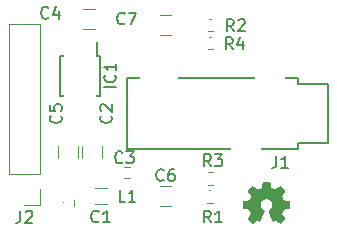
<source format=gto>
G04 #@! TF.GenerationSoftware,KiCad,Pcbnew,(5.0.0-3-g5ebb6b6)*
G04 #@! TF.CreationDate,2018-08-26T23:18:38+02:00*
G04 #@! TF.ProjectId,Pmod-I2S,506D6F642D4932532E6B696361645F70,rev?*
G04 #@! TF.SameCoordinates,Original*
G04 #@! TF.FileFunction,Legend,Top*
G04 #@! TF.FilePolarity,Positive*
%FSLAX46Y46*%
G04 Gerber Fmt 4.6, Leading zero omitted, Abs format (unit mm)*
G04 Created by KiCad (PCBNEW (5.0.0-3-g5ebb6b6)) date Sunday, 26 August 2018 at 23:18:38*
%MOMM*%
%LPD*%
G01*
G04 APERTURE LIST*
%ADD10C,0.120000*%
%ADD11C,0.150000*%
%ADD12C,0.010000*%
%ADD13R,1.900000X1.650000*%
%ADD14R,1.650000X1.900000*%
%ADD15O,2.100000X2.100000*%
%ADD16R,2.100000X2.100000*%
%ADD17R,0.900000X1.300000*%
%ADD18R,2.600000X3.200000*%
%ADD19R,3.200000X3.200000*%
%ADD20C,2.100000*%
%ADD21R,0.900000X1.000000*%
%ADD22R,1.000000X0.900000*%
%ADD23R,0.700000X1.800000*%
%ADD24R,0.800000X1.000000*%
G04 APERTURE END LIST*
D10*
G04 #@! TO.C,C7*
X104250000Y-61650000D02*
X103250000Y-61650000D01*
X103250000Y-63350000D02*
X104250000Y-63350000D01*
G04 #@! TO.C,C6*
X103250000Y-77850000D02*
X104250000Y-77850000D01*
X104250000Y-76150000D02*
X103250000Y-76150000D01*
G04 #@! TO.C,C5*
X94650000Y-72750000D02*
X94650000Y-73750000D01*
X96350000Y-73750000D02*
X96350000Y-72750000D01*
G04 #@! TO.C,C4*
X97750000Y-61150000D02*
X96750000Y-61150000D01*
X96750000Y-62850000D02*
X97750000Y-62850000D01*
G04 #@! TO.C,C2*
X96650000Y-72750000D02*
X96650000Y-73750000D01*
X98350000Y-73750000D02*
X98350000Y-72750000D01*
G04 #@! TO.C,J2*
X93130000Y-77730000D02*
X91800000Y-77730000D01*
X93130000Y-76400000D02*
X93130000Y-77730000D01*
X93130000Y-75130000D02*
X90470000Y-75130000D01*
X90470000Y-75130000D02*
X90470000Y-62370000D01*
X93130000Y-75130000D02*
X93130000Y-62370000D01*
X93130000Y-62370000D02*
X90470000Y-62370000D01*
G04 #@! TO.C,L1*
X97750000Y-76320000D02*
X98750000Y-76320000D01*
X98750000Y-77680000D02*
X97750000Y-77680000D01*
D11*
G04 #@! TO.C,J1*
X115000000Y-73000000D02*
X100500000Y-73000000D01*
X115000000Y-67000000D02*
X100500000Y-67000000D01*
X100500000Y-73000000D02*
X100500000Y-67000000D01*
X115000000Y-72500000D02*
X117500000Y-72500000D01*
X115000000Y-67500000D02*
X117500000Y-67500000D01*
X115000000Y-73000000D02*
X115000000Y-72500000D01*
X115000000Y-67500000D02*
X115000000Y-67000000D01*
X117500000Y-72500000D02*
X117500000Y-67500000D01*
D10*
G04 #@! TO.C,C1*
X95970000Y-77800000D02*
X95970000Y-77300000D01*
X95030000Y-77300000D02*
X95030000Y-77800000D01*
G04 #@! TO.C,C3*
X100750000Y-74530000D02*
X100250000Y-74530000D01*
X100250000Y-75470000D02*
X100750000Y-75470000D01*
D11*
G04 #@! TO.C,IC1*
X97950000Y-65125000D02*
X97950000Y-63900000D01*
X94825000Y-65125000D02*
X94825000Y-68475000D01*
X98175000Y-65125000D02*
X98175000Y-68475000D01*
X94825000Y-65125000D02*
X95125000Y-65125000D01*
X94825000Y-68475000D02*
X95125000Y-68475000D01*
X98175000Y-68475000D02*
X97875000Y-68475000D01*
X98175000Y-65125000D02*
X97950000Y-65125000D01*
D10*
G04 #@! TO.C,R1*
X107250000Y-77530000D02*
X107750000Y-77530000D01*
X107750000Y-76470000D02*
X107250000Y-76470000D01*
G04 #@! TO.C,R2*
X107800000Y-61970000D02*
X107300000Y-61970000D01*
X107300000Y-63030000D02*
X107800000Y-63030000D01*
G04 #@! TO.C,R3*
X107800000Y-74970000D02*
X107300000Y-74970000D01*
X107300000Y-76030000D02*
X107800000Y-76030000D01*
G04 #@! TO.C,R4*
X107300000Y-64530000D02*
X107800000Y-64530000D01*
X107800000Y-63470000D02*
X107300000Y-63470000D01*
D12*
G04 #@! TO.C,G\002A\002A\002A*
G36*
X112521333Y-75775398D02*
X112523546Y-75783743D01*
X112527568Y-75802182D01*
X112533149Y-75829450D01*
X112540040Y-75864281D01*
X112547992Y-75905410D01*
X112556757Y-75951569D01*
X112566086Y-76001494D01*
X112570441Y-76025069D01*
X112579963Y-76076387D01*
X112589054Y-76124600D01*
X112597461Y-76168427D01*
X112604933Y-76206588D01*
X112611217Y-76237802D01*
X112616061Y-76260789D01*
X112619214Y-76274266D01*
X112620009Y-76276877D01*
X112621668Y-76281278D01*
X112623462Y-76285022D01*
X112626451Y-76288618D01*
X112631690Y-76292577D01*
X112640239Y-76297409D01*
X112653156Y-76303626D01*
X112671497Y-76311738D01*
X112696321Y-76322254D01*
X112728686Y-76335687D01*
X112769650Y-76352546D01*
X112817647Y-76372264D01*
X112869327Y-76393279D01*
X112911081Y-76409745D01*
X112943500Y-76421875D01*
X112967177Y-76429882D01*
X112982702Y-76433977D01*
X112990669Y-76434374D01*
X112990676Y-76434371D01*
X112998021Y-76430318D01*
X113013765Y-76420408D01*
X113036819Y-76405364D01*
X113066098Y-76385912D01*
X113100513Y-76362774D01*
X113138976Y-76336676D01*
X113180402Y-76308341D01*
X113194459Y-76298677D01*
X113247031Y-76262497D01*
X113290930Y-76232345D01*
X113326994Y-76207702D01*
X113356062Y-76188050D01*
X113378971Y-76172871D01*
X113396558Y-76161647D01*
X113409663Y-76153859D01*
X113419123Y-76148990D01*
X113425775Y-76146520D01*
X113430458Y-76145932D01*
X113434010Y-76146708D01*
X113437268Y-76148329D01*
X113437413Y-76148409D01*
X113443578Y-76153607D01*
X113456983Y-76166140D01*
X113476740Y-76185140D01*
X113501965Y-76209740D01*
X113531769Y-76239074D01*
X113565268Y-76272272D01*
X113601574Y-76308469D01*
X113626141Y-76333076D01*
X113671284Y-76378520D01*
X113708692Y-76416524D01*
X113738916Y-76447684D01*
X113762508Y-76472600D01*
X113780020Y-76491867D01*
X113792003Y-76506084D01*
X113799010Y-76515849D01*
X113801592Y-76521758D01*
X113801546Y-76523052D01*
X113797746Y-76530049D01*
X113788076Y-76545497D01*
X113773232Y-76568349D01*
X113753907Y-76597558D01*
X113730798Y-76632077D01*
X113704599Y-76670861D01*
X113676005Y-76712861D01*
X113659969Y-76736284D01*
X113630353Y-76779597D01*
X113602731Y-76820266D01*
X113577802Y-76857241D01*
X113556264Y-76889473D01*
X113538818Y-76915913D01*
X113526162Y-76935510D01*
X113518996Y-76947216D01*
X113517661Y-76949868D01*
X113518830Y-76959262D01*
X113524992Y-76979031D01*
X113536137Y-77009149D01*
X113552255Y-77049585D01*
X113573335Y-77100313D01*
X113583925Y-77125291D01*
X113605764Y-77176552D01*
X113623559Y-77218231D01*
X113637820Y-77251354D01*
X113649055Y-77276948D01*
X113657774Y-77296040D01*
X113664487Y-77309658D01*
X113669702Y-77318827D01*
X113673931Y-77324575D01*
X113677681Y-77327929D01*
X113681463Y-77329915D01*
X113685785Y-77331561D01*
X113686371Y-77331787D01*
X113695293Y-77334128D01*
X113714277Y-77338281D01*
X113742029Y-77343991D01*
X113777252Y-77351000D01*
X113818652Y-77359052D01*
X113864931Y-77367891D01*
X113914796Y-77377260D01*
X113934478Y-77380917D01*
X113985039Y-77390412D01*
X114032221Y-77399519D01*
X114074777Y-77407978D01*
X114111460Y-77415532D01*
X114141025Y-77421921D01*
X114162226Y-77426887D01*
X114173814Y-77430171D01*
X114175489Y-77430964D01*
X114177635Y-77438392D01*
X114179504Y-77455929D01*
X114181095Y-77482144D01*
X114182406Y-77515605D01*
X114183438Y-77554879D01*
X114184189Y-77598534D01*
X114184658Y-77645138D01*
X114184845Y-77693260D01*
X114184749Y-77741468D01*
X114184369Y-77788328D01*
X114183704Y-77832410D01*
X114182753Y-77872280D01*
X114181515Y-77906508D01*
X114179990Y-77933661D01*
X114178176Y-77952307D01*
X114176074Y-77961014D01*
X114175804Y-77961322D01*
X114168536Y-77963797D01*
X114151151Y-77968074D01*
X114124892Y-77973892D01*
X114091000Y-77980995D01*
X114050720Y-77989124D01*
X114005294Y-77998021D01*
X113955965Y-78007427D01*
X113934792Y-78011391D01*
X113884049Y-78020970D01*
X113836555Y-78030182D01*
X113793579Y-78038763D01*
X113756387Y-78046450D01*
X113726247Y-78052979D01*
X113704427Y-78058085D01*
X113692195Y-78061504D01*
X113690271Y-78062340D01*
X113685447Y-78069374D01*
X113677157Y-78085692D01*
X113666017Y-78109776D01*
X113652644Y-78140110D01*
X113637652Y-78175177D01*
X113621658Y-78213461D01*
X113605279Y-78253444D01*
X113589129Y-78293609D01*
X113573826Y-78332442D01*
X113559984Y-78368423D01*
X113548221Y-78400038D01*
X113539151Y-78425769D01*
X113533392Y-78444099D01*
X113531546Y-78453154D01*
X113534765Y-78462197D01*
X113544466Y-78479960D01*
X113560716Y-78506548D01*
X113583584Y-78542066D01*
X113613137Y-78586622D01*
X113649441Y-78640321D01*
X113667205Y-78666336D01*
X113696331Y-78709089D01*
X113723313Y-78749094D01*
X113747469Y-78785308D01*
X113768115Y-78816688D01*
X113784567Y-78842189D01*
X113796141Y-78860770D01*
X113802154Y-78871387D01*
X113802864Y-78873327D01*
X113798902Y-78879134D01*
X113787566Y-78892198D01*
X113769686Y-78911648D01*
X113746089Y-78936616D01*
X113717603Y-78966231D01*
X113685056Y-78999623D01*
X113649275Y-79035922D01*
X113622589Y-79062754D01*
X113577632Y-79107671D01*
X113540042Y-79144923D01*
X113509146Y-79175132D01*
X113484274Y-79198921D01*
X113464751Y-79216912D01*
X113449906Y-79229727D01*
X113439066Y-79237986D01*
X113431559Y-79242313D01*
X113427327Y-79243364D01*
X113418206Y-79240128D01*
X113400393Y-79230372D01*
X113373781Y-79214028D01*
X113338261Y-79191026D01*
X113293723Y-79161298D01*
X113240059Y-79124772D01*
X113222272Y-79112553D01*
X113166421Y-79074379D01*
X113119187Y-79042657D01*
X113080696Y-79017470D01*
X113051073Y-78998896D01*
X113030444Y-78987017D01*
X113018934Y-78981913D01*
X113017522Y-78981705D01*
X113007410Y-78984377D01*
X112989450Y-78991754D01*
X112965831Y-79002839D01*
X112938744Y-79016634D01*
X112926318Y-79023289D01*
X112891895Y-79041918D01*
X112866089Y-79055529D01*
X112847426Y-79064714D01*
X112834433Y-79070063D01*
X112825634Y-79072168D01*
X112819556Y-79071620D01*
X112814725Y-79069009D01*
X112813879Y-79068369D01*
X112810140Y-79061900D01*
X112802500Y-79045719D01*
X112791370Y-79020826D01*
X112777161Y-78988218D01*
X112760287Y-78948894D01*
X112741158Y-78903853D01*
X112720186Y-78854091D01*
X112697784Y-78800608D01*
X112674364Y-78744402D01*
X112650337Y-78686471D01*
X112626116Y-78627814D01*
X112602112Y-78569428D01*
X112578737Y-78512312D01*
X112556403Y-78457464D01*
X112535522Y-78405883D01*
X112516506Y-78358566D01*
X112499767Y-78316513D01*
X112485717Y-78280720D01*
X112474768Y-78252187D01*
X112467331Y-78231912D01*
X112463819Y-78220892D01*
X112463591Y-78219482D01*
X112466546Y-78207727D01*
X112476858Y-78196590D01*
X112488125Y-78188651D01*
X112541200Y-78152072D01*
X112589955Y-78113701D01*
X112632206Y-78075382D01*
X112665769Y-78038960D01*
X112666264Y-78038352D01*
X112711632Y-77974581D01*
X112746033Y-77908023D01*
X112769704Y-77837953D01*
X112782881Y-77763646D01*
X112785799Y-77684379D01*
X112785383Y-77672407D01*
X112776483Y-77593814D01*
X112757042Y-77519473D01*
X112727490Y-77450043D01*
X112688257Y-77386182D01*
X112639774Y-77328545D01*
X112582470Y-77277793D01*
X112516776Y-77234581D01*
X112489569Y-77220209D01*
X112447591Y-77200614D01*
X112410524Y-77186446D01*
X112373909Y-77176387D01*
X112333289Y-77169115D01*
X112304789Y-77165501D01*
X112232543Y-77162502D01*
X112161595Y-77170235D01*
X112090849Y-77188908D01*
X112019209Y-77218729D01*
X112016205Y-77220209D01*
X111947494Y-77260331D01*
X111886968Y-77308260D01*
X111835067Y-77363322D01*
X111792232Y-77424842D01*
X111758905Y-77492149D01*
X111735527Y-77564567D01*
X111722540Y-77641425D01*
X111720414Y-77671802D01*
X111721536Y-77750608D01*
X111732263Y-77823715D01*
X111752963Y-77892350D01*
X111784002Y-77957741D01*
X111824571Y-78019546D01*
X111859965Y-78061016D01*
X111904684Y-78103780D01*
X111956878Y-78146219D01*
X112014701Y-78186715D01*
X112017648Y-78188622D01*
X112033718Y-78200796D01*
X112041062Y-78211862D01*
X112042182Y-78219482D01*
X112040017Y-78227320D01*
X112033794Y-78244735D01*
X112023927Y-78270727D01*
X112010827Y-78304300D01*
X111994905Y-78344453D01*
X111976575Y-78390190D01*
X111956248Y-78440512D01*
X111934335Y-78494421D01*
X111911249Y-78550918D01*
X111887402Y-78609005D01*
X111863205Y-78667684D01*
X111839071Y-78725957D01*
X111815412Y-78782825D01*
X111792638Y-78837290D01*
X111771163Y-78888354D01*
X111751398Y-78935019D01*
X111733755Y-78976286D01*
X111718647Y-79011157D01*
X111706484Y-79038634D01*
X111697679Y-79057719D01*
X111692644Y-79067412D01*
X111691895Y-79068369D01*
X111687131Y-79071287D01*
X111681385Y-79072248D01*
X111673182Y-79070662D01*
X111661048Y-79065937D01*
X111643508Y-79057482D01*
X111619090Y-79044706D01*
X111586317Y-79027019D01*
X111579456Y-79023289D01*
X111551537Y-79008621D01*
X111526125Y-78996223D01*
X111505411Y-78987095D01*
X111491584Y-78982234D01*
X111488252Y-78981705D01*
X111478991Y-78985141D01*
X111460579Y-78995371D01*
X111433143Y-79012315D01*
X111396809Y-79035893D01*
X111351700Y-79066024D01*
X111297944Y-79102629D01*
X111283501Y-79112553D01*
X111227095Y-79151119D01*
X111179847Y-79182867D01*
X111141649Y-79207868D01*
X111112391Y-79226190D01*
X111091966Y-79237904D01*
X111080264Y-79243077D01*
X111078447Y-79243364D01*
X111073225Y-79241867D01*
X111065238Y-79236961D01*
X111053811Y-79228025D01*
X111038273Y-79214436D01*
X111017952Y-79195572D01*
X110992174Y-79170812D01*
X110960268Y-79139534D01*
X110921561Y-79101115D01*
X110883185Y-79062754D01*
X110845624Y-79024930D01*
X110810714Y-78989401D01*
X110779282Y-78957036D01*
X110752156Y-78928705D01*
X110730164Y-78905279D01*
X110714134Y-78887628D01*
X110704894Y-78876620D01*
X110702909Y-78873327D01*
X110706078Y-78866804D01*
X110715130Y-78851828D01*
X110729379Y-78829442D01*
X110748143Y-78800689D01*
X110770738Y-78766613D01*
X110796481Y-78728256D01*
X110824687Y-78686661D01*
X110838569Y-78666336D01*
X110877807Y-78608660D01*
X110910264Y-78560173D01*
X110936008Y-78520769D01*
X110955105Y-78490341D01*
X110967623Y-78468785D01*
X110973630Y-78455993D01*
X110974228Y-78453154D01*
X110972082Y-78443028D01*
X110966056Y-78424098D01*
X110956766Y-78397879D01*
X110944828Y-78365889D01*
X110930857Y-78329644D01*
X110915469Y-78290661D01*
X110899282Y-78250457D01*
X110882910Y-78210548D01*
X110866969Y-78172451D01*
X110852076Y-78137682D01*
X110838847Y-78107759D01*
X110827897Y-78084198D01*
X110819843Y-78068516D01*
X110815502Y-78062340D01*
X110807453Y-78059668D01*
X110789311Y-78055204D01*
X110762342Y-78049212D01*
X110727815Y-78041956D01*
X110686997Y-78033700D01*
X110641156Y-78024708D01*
X110591559Y-78015244D01*
X110570981Y-78011391D01*
X110520406Y-78001850D01*
X110473221Y-77992712D01*
X110430669Y-77984236D01*
X110393995Y-77976679D01*
X110364440Y-77970299D01*
X110343247Y-77965356D01*
X110331660Y-77962107D01*
X110329970Y-77961322D01*
X110327833Y-77953896D01*
X110325985Y-77936360D01*
X110324425Y-77910146D01*
X110323154Y-77876686D01*
X110322168Y-77837413D01*
X110321470Y-77793759D01*
X110321056Y-77747154D01*
X110320926Y-77699033D01*
X110321079Y-77650825D01*
X110321515Y-77603964D01*
X110322231Y-77559882D01*
X110323230Y-77520011D01*
X110324508Y-77485782D01*
X110326065Y-77458628D01*
X110327901Y-77439980D01*
X110330014Y-77431271D01*
X110330284Y-77430964D01*
X110337624Y-77428435D01*
X110355080Y-77424120D01*
X110381406Y-77418276D01*
X110415356Y-77411163D01*
X110455683Y-77403039D01*
X110501140Y-77394163D01*
X110550482Y-77384794D01*
X110571296Y-77380917D01*
X110622186Y-77371414D01*
X110669985Y-77362343D01*
X110713398Y-77353961D01*
X110751128Y-77346524D01*
X110781881Y-77340288D01*
X110804360Y-77335511D01*
X110817271Y-77332450D01*
X110819402Y-77331787D01*
X110823825Y-77330113D01*
X110827645Y-77328223D01*
X110831372Y-77325090D01*
X110835515Y-77319687D01*
X110840584Y-77310988D01*
X110847088Y-77297965D01*
X110855536Y-77279593D01*
X110866438Y-77254843D01*
X110880304Y-77222689D01*
X110897643Y-77182104D01*
X110918964Y-77132061D01*
X110921849Y-77125291D01*
X110944456Y-77071642D01*
X110962237Y-77028105D01*
X110975310Y-76994360D01*
X110983798Y-76970087D01*
X110987819Y-76954967D01*
X110987994Y-76949494D01*
X110984006Y-76942336D01*
X110974150Y-76926736D01*
X110959130Y-76903747D01*
X110939645Y-76874420D01*
X110916399Y-76839810D01*
X110890092Y-76800969D01*
X110861426Y-76758948D01*
X110845722Y-76736047D01*
X110816133Y-76692814D01*
X110788568Y-76652233D01*
X110763724Y-76615349D01*
X110742298Y-76583213D01*
X110724987Y-76556873D01*
X110712487Y-76537376D01*
X110705495Y-76525772D01*
X110704263Y-76523189D01*
X110705296Y-76518584D01*
X110710383Y-76510518D01*
X110720091Y-76498377D01*
X110734986Y-76481546D01*
X110755634Y-76459412D01*
X110782602Y-76431361D01*
X110816456Y-76396779D01*
X110857762Y-76355051D01*
X110879633Y-76333076D01*
X110917283Y-76295401D01*
X110952700Y-76260163D01*
X110984995Y-76228230D01*
X111013284Y-76200469D01*
X111036679Y-76177747D01*
X111054295Y-76160932D01*
X111065245Y-76150889D01*
X111068361Y-76148409D01*
X111071570Y-76146760D01*
X111074987Y-76145894D01*
X111079450Y-76146328D01*
X111085797Y-76148581D01*
X111094866Y-76153170D01*
X111107496Y-76160613D01*
X111124523Y-76171430D01*
X111146787Y-76186136D01*
X111175124Y-76205251D01*
X111210374Y-76229292D01*
X111253374Y-76258778D01*
X111304962Y-76294226D01*
X111311103Y-76298447D01*
X111353365Y-76327388D01*
X111393006Y-76354329D01*
X111428942Y-76378549D01*
X111460092Y-76399328D01*
X111485373Y-76415945D01*
X111503702Y-76427679D01*
X111513997Y-76433811D01*
X111515494Y-76434497D01*
X111524884Y-76433852D01*
X111543425Y-76428715D01*
X111571440Y-76418977D01*
X111609251Y-76404523D01*
X111656387Y-76385569D01*
X111710947Y-76363232D01*
X111755803Y-76344788D01*
X111791943Y-76329770D01*
X111820354Y-76317710D01*
X111842022Y-76308143D01*
X111857937Y-76300600D01*
X111869083Y-76294615D01*
X111876450Y-76289722D01*
X111881024Y-76285453D01*
X111883792Y-76281342D01*
X111885648Y-76277158D01*
X111887989Y-76268277D01*
X111892134Y-76249317D01*
X111897828Y-76221562D01*
X111904820Y-76186294D01*
X111912856Y-76144795D01*
X111921685Y-76098348D01*
X111931052Y-76048236D01*
X111935333Y-76025069D01*
X111944835Y-75973852D01*
X111953886Y-75925825D01*
X111962239Y-75882255D01*
X111969643Y-75844407D01*
X111975850Y-75813547D01*
X111980610Y-75790941D01*
X111983676Y-75777856D01*
X111984441Y-75775398D01*
X111989980Y-75762410D01*
X112515793Y-75762410D01*
X112521333Y-75775398D01*
X112521333Y-75775398D01*
G37*
X112521333Y-75775398D02*
X112523546Y-75783743D01*
X112527568Y-75802182D01*
X112533149Y-75829450D01*
X112540040Y-75864281D01*
X112547992Y-75905410D01*
X112556757Y-75951569D01*
X112566086Y-76001494D01*
X112570441Y-76025069D01*
X112579963Y-76076387D01*
X112589054Y-76124600D01*
X112597461Y-76168427D01*
X112604933Y-76206588D01*
X112611217Y-76237802D01*
X112616061Y-76260789D01*
X112619214Y-76274266D01*
X112620009Y-76276877D01*
X112621668Y-76281278D01*
X112623462Y-76285022D01*
X112626451Y-76288618D01*
X112631690Y-76292577D01*
X112640239Y-76297409D01*
X112653156Y-76303626D01*
X112671497Y-76311738D01*
X112696321Y-76322254D01*
X112728686Y-76335687D01*
X112769650Y-76352546D01*
X112817647Y-76372264D01*
X112869327Y-76393279D01*
X112911081Y-76409745D01*
X112943500Y-76421875D01*
X112967177Y-76429882D01*
X112982702Y-76433977D01*
X112990669Y-76434374D01*
X112990676Y-76434371D01*
X112998021Y-76430318D01*
X113013765Y-76420408D01*
X113036819Y-76405364D01*
X113066098Y-76385912D01*
X113100513Y-76362774D01*
X113138976Y-76336676D01*
X113180402Y-76308341D01*
X113194459Y-76298677D01*
X113247031Y-76262497D01*
X113290930Y-76232345D01*
X113326994Y-76207702D01*
X113356062Y-76188050D01*
X113378971Y-76172871D01*
X113396558Y-76161647D01*
X113409663Y-76153859D01*
X113419123Y-76148990D01*
X113425775Y-76146520D01*
X113430458Y-76145932D01*
X113434010Y-76146708D01*
X113437268Y-76148329D01*
X113437413Y-76148409D01*
X113443578Y-76153607D01*
X113456983Y-76166140D01*
X113476740Y-76185140D01*
X113501965Y-76209740D01*
X113531769Y-76239074D01*
X113565268Y-76272272D01*
X113601574Y-76308469D01*
X113626141Y-76333076D01*
X113671284Y-76378520D01*
X113708692Y-76416524D01*
X113738916Y-76447684D01*
X113762508Y-76472600D01*
X113780020Y-76491867D01*
X113792003Y-76506084D01*
X113799010Y-76515849D01*
X113801592Y-76521758D01*
X113801546Y-76523052D01*
X113797746Y-76530049D01*
X113788076Y-76545497D01*
X113773232Y-76568349D01*
X113753907Y-76597558D01*
X113730798Y-76632077D01*
X113704599Y-76670861D01*
X113676005Y-76712861D01*
X113659969Y-76736284D01*
X113630353Y-76779597D01*
X113602731Y-76820266D01*
X113577802Y-76857241D01*
X113556264Y-76889473D01*
X113538818Y-76915913D01*
X113526162Y-76935510D01*
X113518996Y-76947216D01*
X113517661Y-76949868D01*
X113518830Y-76959262D01*
X113524992Y-76979031D01*
X113536137Y-77009149D01*
X113552255Y-77049585D01*
X113573335Y-77100313D01*
X113583925Y-77125291D01*
X113605764Y-77176552D01*
X113623559Y-77218231D01*
X113637820Y-77251354D01*
X113649055Y-77276948D01*
X113657774Y-77296040D01*
X113664487Y-77309658D01*
X113669702Y-77318827D01*
X113673931Y-77324575D01*
X113677681Y-77327929D01*
X113681463Y-77329915D01*
X113685785Y-77331561D01*
X113686371Y-77331787D01*
X113695293Y-77334128D01*
X113714277Y-77338281D01*
X113742029Y-77343991D01*
X113777252Y-77351000D01*
X113818652Y-77359052D01*
X113864931Y-77367891D01*
X113914796Y-77377260D01*
X113934478Y-77380917D01*
X113985039Y-77390412D01*
X114032221Y-77399519D01*
X114074777Y-77407978D01*
X114111460Y-77415532D01*
X114141025Y-77421921D01*
X114162226Y-77426887D01*
X114173814Y-77430171D01*
X114175489Y-77430964D01*
X114177635Y-77438392D01*
X114179504Y-77455929D01*
X114181095Y-77482144D01*
X114182406Y-77515605D01*
X114183438Y-77554879D01*
X114184189Y-77598534D01*
X114184658Y-77645138D01*
X114184845Y-77693260D01*
X114184749Y-77741468D01*
X114184369Y-77788328D01*
X114183704Y-77832410D01*
X114182753Y-77872280D01*
X114181515Y-77906508D01*
X114179990Y-77933661D01*
X114178176Y-77952307D01*
X114176074Y-77961014D01*
X114175804Y-77961322D01*
X114168536Y-77963797D01*
X114151151Y-77968074D01*
X114124892Y-77973892D01*
X114091000Y-77980995D01*
X114050720Y-77989124D01*
X114005294Y-77998021D01*
X113955965Y-78007427D01*
X113934792Y-78011391D01*
X113884049Y-78020970D01*
X113836555Y-78030182D01*
X113793579Y-78038763D01*
X113756387Y-78046450D01*
X113726247Y-78052979D01*
X113704427Y-78058085D01*
X113692195Y-78061504D01*
X113690271Y-78062340D01*
X113685447Y-78069374D01*
X113677157Y-78085692D01*
X113666017Y-78109776D01*
X113652644Y-78140110D01*
X113637652Y-78175177D01*
X113621658Y-78213461D01*
X113605279Y-78253444D01*
X113589129Y-78293609D01*
X113573826Y-78332442D01*
X113559984Y-78368423D01*
X113548221Y-78400038D01*
X113539151Y-78425769D01*
X113533392Y-78444099D01*
X113531546Y-78453154D01*
X113534765Y-78462197D01*
X113544466Y-78479960D01*
X113560716Y-78506548D01*
X113583584Y-78542066D01*
X113613137Y-78586622D01*
X113649441Y-78640321D01*
X113667205Y-78666336D01*
X113696331Y-78709089D01*
X113723313Y-78749094D01*
X113747469Y-78785308D01*
X113768115Y-78816688D01*
X113784567Y-78842189D01*
X113796141Y-78860770D01*
X113802154Y-78871387D01*
X113802864Y-78873327D01*
X113798902Y-78879134D01*
X113787566Y-78892198D01*
X113769686Y-78911648D01*
X113746089Y-78936616D01*
X113717603Y-78966231D01*
X113685056Y-78999623D01*
X113649275Y-79035922D01*
X113622589Y-79062754D01*
X113577632Y-79107671D01*
X113540042Y-79144923D01*
X113509146Y-79175132D01*
X113484274Y-79198921D01*
X113464751Y-79216912D01*
X113449906Y-79229727D01*
X113439066Y-79237986D01*
X113431559Y-79242313D01*
X113427327Y-79243364D01*
X113418206Y-79240128D01*
X113400393Y-79230372D01*
X113373781Y-79214028D01*
X113338261Y-79191026D01*
X113293723Y-79161298D01*
X113240059Y-79124772D01*
X113222272Y-79112553D01*
X113166421Y-79074379D01*
X113119187Y-79042657D01*
X113080696Y-79017470D01*
X113051073Y-78998896D01*
X113030444Y-78987017D01*
X113018934Y-78981913D01*
X113017522Y-78981705D01*
X113007410Y-78984377D01*
X112989450Y-78991754D01*
X112965831Y-79002839D01*
X112938744Y-79016634D01*
X112926318Y-79023289D01*
X112891895Y-79041918D01*
X112866089Y-79055529D01*
X112847426Y-79064714D01*
X112834433Y-79070063D01*
X112825634Y-79072168D01*
X112819556Y-79071620D01*
X112814725Y-79069009D01*
X112813879Y-79068369D01*
X112810140Y-79061900D01*
X112802500Y-79045719D01*
X112791370Y-79020826D01*
X112777161Y-78988218D01*
X112760287Y-78948894D01*
X112741158Y-78903853D01*
X112720186Y-78854091D01*
X112697784Y-78800608D01*
X112674364Y-78744402D01*
X112650337Y-78686471D01*
X112626116Y-78627814D01*
X112602112Y-78569428D01*
X112578737Y-78512312D01*
X112556403Y-78457464D01*
X112535522Y-78405883D01*
X112516506Y-78358566D01*
X112499767Y-78316513D01*
X112485717Y-78280720D01*
X112474768Y-78252187D01*
X112467331Y-78231912D01*
X112463819Y-78220892D01*
X112463591Y-78219482D01*
X112466546Y-78207727D01*
X112476858Y-78196590D01*
X112488125Y-78188651D01*
X112541200Y-78152072D01*
X112589955Y-78113701D01*
X112632206Y-78075382D01*
X112665769Y-78038960D01*
X112666264Y-78038352D01*
X112711632Y-77974581D01*
X112746033Y-77908023D01*
X112769704Y-77837953D01*
X112782881Y-77763646D01*
X112785799Y-77684379D01*
X112785383Y-77672407D01*
X112776483Y-77593814D01*
X112757042Y-77519473D01*
X112727490Y-77450043D01*
X112688257Y-77386182D01*
X112639774Y-77328545D01*
X112582470Y-77277793D01*
X112516776Y-77234581D01*
X112489569Y-77220209D01*
X112447591Y-77200614D01*
X112410524Y-77186446D01*
X112373909Y-77176387D01*
X112333289Y-77169115D01*
X112304789Y-77165501D01*
X112232543Y-77162502D01*
X112161595Y-77170235D01*
X112090849Y-77188908D01*
X112019209Y-77218729D01*
X112016205Y-77220209D01*
X111947494Y-77260331D01*
X111886968Y-77308260D01*
X111835067Y-77363322D01*
X111792232Y-77424842D01*
X111758905Y-77492149D01*
X111735527Y-77564567D01*
X111722540Y-77641425D01*
X111720414Y-77671802D01*
X111721536Y-77750608D01*
X111732263Y-77823715D01*
X111752963Y-77892350D01*
X111784002Y-77957741D01*
X111824571Y-78019546D01*
X111859965Y-78061016D01*
X111904684Y-78103780D01*
X111956878Y-78146219D01*
X112014701Y-78186715D01*
X112017648Y-78188622D01*
X112033718Y-78200796D01*
X112041062Y-78211862D01*
X112042182Y-78219482D01*
X112040017Y-78227320D01*
X112033794Y-78244735D01*
X112023927Y-78270727D01*
X112010827Y-78304300D01*
X111994905Y-78344453D01*
X111976575Y-78390190D01*
X111956248Y-78440512D01*
X111934335Y-78494421D01*
X111911249Y-78550918D01*
X111887402Y-78609005D01*
X111863205Y-78667684D01*
X111839071Y-78725957D01*
X111815412Y-78782825D01*
X111792638Y-78837290D01*
X111771163Y-78888354D01*
X111751398Y-78935019D01*
X111733755Y-78976286D01*
X111718647Y-79011157D01*
X111706484Y-79038634D01*
X111697679Y-79057719D01*
X111692644Y-79067412D01*
X111691895Y-79068369D01*
X111687131Y-79071287D01*
X111681385Y-79072248D01*
X111673182Y-79070662D01*
X111661048Y-79065937D01*
X111643508Y-79057482D01*
X111619090Y-79044706D01*
X111586317Y-79027019D01*
X111579456Y-79023289D01*
X111551537Y-79008621D01*
X111526125Y-78996223D01*
X111505411Y-78987095D01*
X111491584Y-78982234D01*
X111488252Y-78981705D01*
X111478991Y-78985141D01*
X111460579Y-78995371D01*
X111433143Y-79012315D01*
X111396809Y-79035893D01*
X111351700Y-79066024D01*
X111297944Y-79102629D01*
X111283501Y-79112553D01*
X111227095Y-79151119D01*
X111179847Y-79182867D01*
X111141649Y-79207868D01*
X111112391Y-79226190D01*
X111091966Y-79237904D01*
X111080264Y-79243077D01*
X111078447Y-79243364D01*
X111073225Y-79241867D01*
X111065238Y-79236961D01*
X111053811Y-79228025D01*
X111038273Y-79214436D01*
X111017952Y-79195572D01*
X110992174Y-79170812D01*
X110960268Y-79139534D01*
X110921561Y-79101115D01*
X110883185Y-79062754D01*
X110845624Y-79024930D01*
X110810714Y-78989401D01*
X110779282Y-78957036D01*
X110752156Y-78928705D01*
X110730164Y-78905279D01*
X110714134Y-78887628D01*
X110704894Y-78876620D01*
X110702909Y-78873327D01*
X110706078Y-78866804D01*
X110715130Y-78851828D01*
X110729379Y-78829442D01*
X110748143Y-78800689D01*
X110770738Y-78766613D01*
X110796481Y-78728256D01*
X110824687Y-78686661D01*
X110838569Y-78666336D01*
X110877807Y-78608660D01*
X110910264Y-78560173D01*
X110936008Y-78520769D01*
X110955105Y-78490341D01*
X110967623Y-78468785D01*
X110973630Y-78455993D01*
X110974228Y-78453154D01*
X110972082Y-78443028D01*
X110966056Y-78424098D01*
X110956766Y-78397879D01*
X110944828Y-78365889D01*
X110930857Y-78329644D01*
X110915469Y-78290661D01*
X110899282Y-78250457D01*
X110882910Y-78210548D01*
X110866969Y-78172451D01*
X110852076Y-78137682D01*
X110838847Y-78107759D01*
X110827897Y-78084198D01*
X110819843Y-78068516D01*
X110815502Y-78062340D01*
X110807453Y-78059668D01*
X110789311Y-78055204D01*
X110762342Y-78049212D01*
X110727815Y-78041956D01*
X110686997Y-78033700D01*
X110641156Y-78024708D01*
X110591559Y-78015244D01*
X110570981Y-78011391D01*
X110520406Y-78001850D01*
X110473221Y-77992712D01*
X110430669Y-77984236D01*
X110393995Y-77976679D01*
X110364440Y-77970299D01*
X110343247Y-77965356D01*
X110331660Y-77962107D01*
X110329970Y-77961322D01*
X110327833Y-77953896D01*
X110325985Y-77936360D01*
X110324425Y-77910146D01*
X110323154Y-77876686D01*
X110322168Y-77837413D01*
X110321470Y-77793759D01*
X110321056Y-77747154D01*
X110320926Y-77699033D01*
X110321079Y-77650825D01*
X110321515Y-77603964D01*
X110322231Y-77559882D01*
X110323230Y-77520011D01*
X110324508Y-77485782D01*
X110326065Y-77458628D01*
X110327901Y-77439980D01*
X110330014Y-77431271D01*
X110330284Y-77430964D01*
X110337624Y-77428435D01*
X110355080Y-77424120D01*
X110381406Y-77418276D01*
X110415356Y-77411163D01*
X110455683Y-77403039D01*
X110501140Y-77394163D01*
X110550482Y-77384794D01*
X110571296Y-77380917D01*
X110622186Y-77371414D01*
X110669985Y-77362343D01*
X110713398Y-77353961D01*
X110751128Y-77346524D01*
X110781881Y-77340288D01*
X110804360Y-77335511D01*
X110817271Y-77332450D01*
X110819402Y-77331787D01*
X110823825Y-77330113D01*
X110827645Y-77328223D01*
X110831372Y-77325090D01*
X110835515Y-77319687D01*
X110840584Y-77310988D01*
X110847088Y-77297965D01*
X110855536Y-77279593D01*
X110866438Y-77254843D01*
X110880304Y-77222689D01*
X110897643Y-77182104D01*
X110918964Y-77132061D01*
X110921849Y-77125291D01*
X110944456Y-77071642D01*
X110962237Y-77028105D01*
X110975310Y-76994360D01*
X110983798Y-76970087D01*
X110987819Y-76954967D01*
X110987994Y-76949494D01*
X110984006Y-76942336D01*
X110974150Y-76926736D01*
X110959130Y-76903747D01*
X110939645Y-76874420D01*
X110916399Y-76839810D01*
X110890092Y-76800969D01*
X110861426Y-76758948D01*
X110845722Y-76736047D01*
X110816133Y-76692814D01*
X110788568Y-76652233D01*
X110763724Y-76615349D01*
X110742298Y-76583213D01*
X110724987Y-76556873D01*
X110712487Y-76537376D01*
X110705495Y-76525772D01*
X110704263Y-76523189D01*
X110705296Y-76518584D01*
X110710383Y-76510518D01*
X110720091Y-76498377D01*
X110734986Y-76481546D01*
X110755634Y-76459412D01*
X110782602Y-76431361D01*
X110816456Y-76396779D01*
X110857762Y-76355051D01*
X110879633Y-76333076D01*
X110917283Y-76295401D01*
X110952700Y-76260163D01*
X110984995Y-76228230D01*
X111013284Y-76200469D01*
X111036679Y-76177747D01*
X111054295Y-76160932D01*
X111065245Y-76150889D01*
X111068361Y-76148409D01*
X111071570Y-76146760D01*
X111074987Y-76145894D01*
X111079450Y-76146328D01*
X111085797Y-76148581D01*
X111094866Y-76153170D01*
X111107496Y-76160613D01*
X111124523Y-76171430D01*
X111146787Y-76186136D01*
X111175124Y-76205251D01*
X111210374Y-76229292D01*
X111253374Y-76258778D01*
X111304962Y-76294226D01*
X111311103Y-76298447D01*
X111353365Y-76327388D01*
X111393006Y-76354329D01*
X111428942Y-76378549D01*
X111460092Y-76399328D01*
X111485373Y-76415945D01*
X111503702Y-76427679D01*
X111513997Y-76433811D01*
X111515494Y-76434497D01*
X111524884Y-76433852D01*
X111543425Y-76428715D01*
X111571440Y-76418977D01*
X111609251Y-76404523D01*
X111656387Y-76385569D01*
X111710947Y-76363232D01*
X111755803Y-76344788D01*
X111791943Y-76329770D01*
X111820354Y-76317710D01*
X111842022Y-76308143D01*
X111857937Y-76300600D01*
X111869083Y-76294615D01*
X111876450Y-76289722D01*
X111881024Y-76285453D01*
X111883792Y-76281342D01*
X111885648Y-76277158D01*
X111887989Y-76268277D01*
X111892134Y-76249317D01*
X111897828Y-76221562D01*
X111904820Y-76186294D01*
X111912856Y-76144795D01*
X111921685Y-76098348D01*
X111931052Y-76048236D01*
X111935333Y-76025069D01*
X111944835Y-75973852D01*
X111953886Y-75925825D01*
X111962239Y-75882255D01*
X111969643Y-75844407D01*
X111975850Y-75813547D01*
X111980610Y-75790941D01*
X111983676Y-75777856D01*
X111984441Y-75775398D01*
X111989980Y-75762410D01*
X112515793Y-75762410D01*
X112521333Y-75775398D01*
G04 #@! TO.C,C7*
D11*
X100284933Y-62357142D02*
X100237314Y-62404761D01*
X100094457Y-62452380D01*
X99999219Y-62452380D01*
X99856361Y-62404761D01*
X99761123Y-62309523D01*
X99713504Y-62214285D01*
X99665885Y-62023809D01*
X99665885Y-61880952D01*
X99713504Y-61690476D01*
X99761123Y-61595238D01*
X99856361Y-61500000D01*
X99999219Y-61452380D01*
X100094457Y-61452380D01*
X100237314Y-61500000D01*
X100284933Y-61547619D01*
X100618266Y-61452380D02*
X101284933Y-61452380D01*
X100856361Y-62452380D01*
G04 #@! TO.C,C6*
X103583333Y-75607142D02*
X103535714Y-75654761D01*
X103392857Y-75702380D01*
X103297619Y-75702380D01*
X103154761Y-75654761D01*
X103059523Y-75559523D01*
X103011904Y-75464285D01*
X102964285Y-75273809D01*
X102964285Y-75130952D01*
X103011904Y-74940476D01*
X103059523Y-74845238D01*
X103154761Y-74750000D01*
X103297619Y-74702380D01*
X103392857Y-74702380D01*
X103535714Y-74750000D01*
X103583333Y-74797619D01*
X104440476Y-74702380D02*
X104250000Y-74702380D01*
X104154761Y-74750000D01*
X104107142Y-74797619D01*
X104011904Y-74940476D01*
X103964285Y-75130952D01*
X103964285Y-75511904D01*
X104011904Y-75607142D01*
X104059523Y-75654761D01*
X104154761Y-75702380D01*
X104345238Y-75702380D01*
X104440476Y-75654761D01*
X104488095Y-75607142D01*
X104535714Y-75511904D01*
X104535714Y-75273809D01*
X104488095Y-75178571D01*
X104440476Y-75130952D01*
X104345238Y-75083333D01*
X104154761Y-75083333D01*
X104059523Y-75130952D01*
X104011904Y-75178571D01*
X103964285Y-75273809D01*
G04 #@! TO.C,C5*
X94857142Y-70166666D02*
X94904761Y-70214285D01*
X94952380Y-70357142D01*
X94952380Y-70452380D01*
X94904761Y-70595238D01*
X94809523Y-70690476D01*
X94714285Y-70738095D01*
X94523809Y-70785714D01*
X94380952Y-70785714D01*
X94190476Y-70738095D01*
X94095238Y-70690476D01*
X94000000Y-70595238D01*
X93952380Y-70452380D01*
X93952380Y-70357142D01*
X94000000Y-70214285D01*
X94047619Y-70166666D01*
X93952380Y-69261904D02*
X93952380Y-69738095D01*
X94428571Y-69785714D01*
X94380952Y-69738095D01*
X94333333Y-69642857D01*
X94333333Y-69404761D01*
X94380952Y-69309523D01*
X94428571Y-69261904D01*
X94523809Y-69214285D01*
X94761904Y-69214285D01*
X94857142Y-69261904D01*
X94904761Y-69309523D01*
X94952380Y-69404761D01*
X94952380Y-69642857D01*
X94904761Y-69738095D01*
X94857142Y-69785714D01*
G04 #@! TO.C,C4*
X93833333Y-61857142D02*
X93785714Y-61904761D01*
X93642857Y-61952380D01*
X93547619Y-61952380D01*
X93404761Y-61904761D01*
X93309523Y-61809523D01*
X93261904Y-61714285D01*
X93214285Y-61523809D01*
X93214285Y-61380952D01*
X93261904Y-61190476D01*
X93309523Y-61095238D01*
X93404761Y-61000000D01*
X93547619Y-60952380D01*
X93642857Y-60952380D01*
X93785714Y-61000000D01*
X93833333Y-61047619D01*
X94690476Y-61285714D02*
X94690476Y-61952380D01*
X94452380Y-60904761D02*
X94214285Y-61619047D01*
X94833333Y-61619047D01*
G04 #@! TO.C,C2*
X99107142Y-70166666D02*
X99154761Y-70214285D01*
X99202380Y-70357142D01*
X99202380Y-70452380D01*
X99154761Y-70595238D01*
X99059523Y-70690476D01*
X98964285Y-70738095D01*
X98773809Y-70785714D01*
X98630952Y-70785714D01*
X98440476Y-70738095D01*
X98345238Y-70690476D01*
X98250000Y-70595238D01*
X98202380Y-70452380D01*
X98202380Y-70357142D01*
X98250000Y-70214285D01*
X98297619Y-70166666D01*
X98297619Y-69785714D02*
X98250000Y-69738095D01*
X98202380Y-69642857D01*
X98202380Y-69404761D01*
X98250000Y-69309523D01*
X98297619Y-69261904D01*
X98392857Y-69214285D01*
X98488095Y-69214285D01*
X98630952Y-69261904D01*
X99202380Y-69833333D01*
X99202380Y-69214285D01*
G04 #@! TO.C,J2*
X91462266Y-78230480D02*
X91462266Y-78944766D01*
X91414647Y-79087623D01*
X91319409Y-79182861D01*
X91176552Y-79230480D01*
X91081314Y-79230480D01*
X91890838Y-78325719D02*
X91938457Y-78278100D01*
X92033695Y-78230480D01*
X92271790Y-78230480D01*
X92367028Y-78278100D01*
X92414647Y-78325719D01*
X92462266Y-78420957D01*
X92462266Y-78516195D01*
X92414647Y-78659052D01*
X91843219Y-79230480D01*
X92462266Y-79230480D01*
G04 #@! TO.C,L1*
X100333333Y-77452380D02*
X99857142Y-77452380D01*
X99857142Y-76452380D01*
X101190476Y-77452380D02*
X100619047Y-77452380D01*
X100904761Y-77452380D02*
X100904761Y-76452380D01*
X100809523Y-76595238D01*
X100714285Y-76690476D01*
X100619047Y-76738095D01*
G04 #@! TO.C,J1*
X113128466Y-73594980D02*
X113128466Y-74309266D01*
X113080847Y-74452123D01*
X112985609Y-74547361D01*
X112842752Y-74594980D01*
X112747514Y-74594980D01*
X114128466Y-74594980D02*
X113557038Y-74594980D01*
X113842752Y-74594980D02*
X113842752Y-73594980D01*
X113747514Y-73737838D01*
X113652276Y-73833076D01*
X113557038Y-73880695D01*
G04 #@! TO.C,C1*
X98083333Y-79107142D02*
X98035714Y-79154761D01*
X97892857Y-79202380D01*
X97797619Y-79202380D01*
X97654761Y-79154761D01*
X97559523Y-79059523D01*
X97511904Y-78964285D01*
X97464285Y-78773809D01*
X97464285Y-78630952D01*
X97511904Y-78440476D01*
X97559523Y-78345238D01*
X97654761Y-78250000D01*
X97797619Y-78202380D01*
X97892857Y-78202380D01*
X98035714Y-78250000D01*
X98083333Y-78297619D01*
X99035714Y-79202380D02*
X98464285Y-79202380D01*
X98750000Y-79202380D02*
X98750000Y-78202380D01*
X98654761Y-78345238D01*
X98559523Y-78440476D01*
X98464285Y-78488095D01*
G04 #@! TO.C,C3*
X100083333Y-74107142D02*
X100035714Y-74154761D01*
X99892857Y-74202380D01*
X99797619Y-74202380D01*
X99654761Y-74154761D01*
X99559523Y-74059523D01*
X99511904Y-73964285D01*
X99464285Y-73773809D01*
X99464285Y-73630952D01*
X99511904Y-73440476D01*
X99559523Y-73345238D01*
X99654761Y-73250000D01*
X99797619Y-73202380D01*
X99892857Y-73202380D01*
X100035714Y-73250000D01*
X100083333Y-73297619D01*
X100416666Y-73202380D02*
X101035714Y-73202380D01*
X100702380Y-73583333D01*
X100845238Y-73583333D01*
X100940476Y-73630952D01*
X100988095Y-73678571D01*
X101035714Y-73773809D01*
X101035714Y-74011904D01*
X100988095Y-74107142D01*
X100940476Y-74154761D01*
X100845238Y-74202380D01*
X100559523Y-74202380D01*
X100464285Y-74154761D01*
X100416666Y-74107142D01*
G04 #@! TO.C,IC1*
X99552380Y-67776190D02*
X98552380Y-67776190D01*
X99457142Y-66728571D02*
X99504761Y-66776190D01*
X99552380Y-66919047D01*
X99552380Y-67014285D01*
X99504761Y-67157142D01*
X99409523Y-67252380D01*
X99314285Y-67300000D01*
X99123809Y-67347619D01*
X98980952Y-67347619D01*
X98790476Y-67300000D01*
X98695238Y-67252380D01*
X98600000Y-67157142D01*
X98552380Y-67014285D01*
X98552380Y-66919047D01*
X98600000Y-66776190D01*
X98647619Y-66728571D01*
X99552380Y-65776190D02*
X99552380Y-66347619D01*
X99552380Y-66061904D02*
X98552380Y-66061904D01*
X98695238Y-66157142D01*
X98790476Y-66252380D01*
X98838095Y-66347619D01*
G04 #@! TO.C,R1*
X107583333Y-79202380D02*
X107250000Y-78726190D01*
X107011904Y-79202380D02*
X107011904Y-78202380D01*
X107392857Y-78202380D01*
X107488095Y-78250000D01*
X107535714Y-78297619D01*
X107583333Y-78392857D01*
X107583333Y-78535714D01*
X107535714Y-78630952D01*
X107488095Y-78678571D01*
X107392857Y-78726190D01*
X107011904Y-78726190D01*
X108535714Y-79202380D02*
X107964285Y-79202380D01*
X108250000Y-79202380D02*
X108250000Y-78202380D01*
X108154761Y-78345238D01*
X108059523Y-78440476D01*
X107964285Y-78488095D01*
G04 #@! TO.C,R2*
X109516933Y-63015880D02*
X109183600Y-62539690D01*
X108945504Y-63015880D02*
X108945504Y-62015880D01*
X109326457Y-62015880D01*
X109421695Y-62063500D01*
X109469314Y-62111119D01*
X109516933Y-62206357D01*
X109516933Y-62349214D01*
X109469314Y-62444452D01*
X109421695Y-62492071D01*
X109326457Y-62539690D01*
X108945504Y-62539690D01*
X109897885Y-62111119D02*
X109945504Y-62063500D01*
X110040742Y-62015880D01*
X110278838Y-62015880D01*
X110374076Y-62063500D01*
X110421695Y-62111119D01*
X110469314Y-62206357D01*
X110469314Y-62301595D01*
X110421695Y-62444452D01*
X109850266Y-63015880D01*
X110469314Y-63015880D01*
G04 #@! TO.C,R3*
X107583333Y-74452380D02*
X107250000Y-73976190D01*
X107011904Y-74452380D02*
X107011904Y-73452380D01*
X107392857Y-73452380D01*
X107488095Y-73500000D01*
X107535714Y-73547619D01*
X107583333Y-73642857D01*
X107583333Y-73785714D01*
X107535714Y-73880952D01*
X107488095Y-73928571D01*
X107392857Y-73976190D01*
X107011904Y-73976190D01*
X107916666Y-73452380D02*
X108535714Y-73452380D01*
X108202380Y-73833333D01*
X108345238Y-73833333D01*
X108440476Y-73880952D01*
X108488095Y-73928571D01*
X108535714Y-74023809D01*
X108535714Y-74261904D01*
X108488095Y-74357142D01*
X108440476Y-74404761D01*
X108345238Y-74452380D01*
X108059523Y-74452380D01*
X107964285Y-74404761D01*
X107916666Y-74357142D01*
G04 #@! TO.C,R4*
X109428033Y-64553980D02*
X109094700Y-64077790D01*
X108856604Y-64553980D02*
X108856604Y-63553980D01*
X109237557Y-63553980D01*
X109332795Y-63601600D01*
X109380414Y-63649219D01*
X109428033Y-63744457D01*
X109428033Y-63887314D01*
X109380414Y-63982552D01*
X109332795Y-64030171D01*
X109237557Y-64077790D01*
X108856604Y-64077790D01*
X110285176Y-63887314D02*
X110285176Y-64553980D01*
X110047080Y-63506361D02*
X109808985Y-64220647D01*
X110428033Y-64220647D01*
G04 #@! TD*
%LPC*%
D13*
G04 #@! TO.C,C7*
X102500000Y-62500000D03*
X105000000Y-62500000D03*
G04 #@! TD*
G04 #@! TO.C,C6*
X105000000Y-77000000D03*
X102500000Y-77000000D03*
G04 #@! TD*
D14*
G04 #@! TO.C,C5*
X95500000Y-74500000D03*
X95500000Y-72000000D03*
G04 #@! TD*
D13*
G04 #@! TO.C,C4*
X96000000Y-62000000D03*
X98500000Y-62000000D03*
G04 #@! TD*
D14*
G04 #@! TO.C,C2*
X97500000Y-74500000D03*
X97500000Y-72000000D03*
G04 #@! TD*
D15*
G04 #@! TO.C,J2*
X91800000Y-63700000D03*
X91800000Y-66240000D03*
X91800000Y-68780000D03*
X91800000Y-71320000D03*
X91800000Y-73860000D03*
D16*
X91800000Y-76400000D03*
G04 #@! TD*
D17*
G04 #@! TO.C,L1*
X99000000Y-77000000D03*
X97500000Y-77000000D03*
G04 #@! TD*
D18*
G04 #@! TO.C,J1*
X110600000Y-73700000D03*
X112600000Y-66300000D03*
D19*
X103200000Y-66300000D03*
D20*
X111500000Y-70000000D03*
X104500000Y-70000000D03*
G04 #@! TD*
D21*
G04 #@! TO.C,C1*
X95500000Y-77000000D03*
X95500000Y-78100000D03*
G04 #@! TD*
D22*
G04 #@! TO.C,C3*
X99950000Y-75000000D03*
X101050000Y-75000000D03*
G04 #@! TD*
D23*
G04 #@! TO.C,IC1*
X97500000Y-69000000D03*
X97000000Y-69000000D03*
X96500000Y-69000000D03*
X96000000Y-69000000D03*
X95500000Y-69000000D03*
X95500000Y-64600000D03*
X96000000Y-64600000D03*
X96500000Y-64600000D03*
X97000000Y-64600000D03*
X97500000Y-64600000D03*
G04 #@! TD*
D24*
G04 #@! TO.C,R1*
X107950000Y-77000000D03*
X107050000Y-77000000D03*
G04 #@! TD*
G04 #@! TO.C,R2*
X107100000Y-62500000D03*
X108000000Y-62500000D03*
G04 #@! TD*
G04 #@! TO.C,R3*
X107100000Y-75500000D03*
X108000000Y-75500000D03*
G04 #@! TD*
G04 #@! TO.C,R4*
X108000000Y-64000000D03*
X107100000Y-64000000D03*
G04 #@! TD*
M02*

</source>
